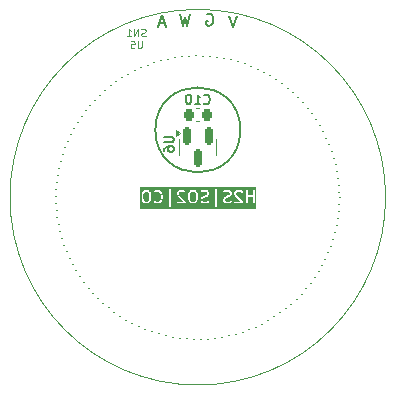
<source format=gbr>
%TF.GenerationSoftware,KiCad,Pcbnew,8.0.4*%
%TF.CreationDate,2024-09-03T19:15:54+05:30*%
%TF.ProjectId,OGS_B4_ISB1,4f47535f-4234-45f4-9953-42312e6b6963,rev?*%
%TF.SameCoordinates,Original*%
%TF.FileFunction,Legend,Bot*%
%TF.FilePolarity,Positive*%
%FSLAX46Y46*%
G04 Gerber Fmt 4.6, Leading zero omitted, Abs format (unit mm)*
G04 Created by KiCad (PCBNEW 8.0.4) date 2024-09-03 19:15:54*
%MOMM*%
%LPD*%
G01*
G04 APERTURE LIST*
G04 Aperture macros list*
%AMRoundRect*
0 Rectangle with rounded corners*
0 $1 Rounding radius*
0 $2 $3 $4 $5 $6 $7 $8 $9 X,Y pos of 4 corners*
0 Add a 4 corners polygon primitive as box body*
4,1,4,$2,$3,$4,$5,$6,$7,$8,$9,$2,$3,0*
0 Add four circle primitives for the rounded corners*
1,1,$1+$1,$2,$3*
1,1,$1+$1,$4,$5*
1,1,$1+$1,$6,$7*
1,1,$1+$1,$8,$9*
0 Add four rect primitives between the rounded corners*
20,1,$1+$1,$2,$3,$4,$5,0*
20,1,$1+$1,$4,$5,$6,$7,0*
20,1,$1+$1,$6,$7,$8,$9,0*
20,1,$1+$1,$8,$9,$2,$3,0*%
G04 Aperture macros list end*
%ADD10C,0.150000*%
%ADD11C,0.120000*%
%ADD12C,0.100000*%
%ADD13C,1.524000*%
%ADD14RoundRect,0.225000X0.225000X0.250000X-0.225000X0.250000X-0.225000X-0.250000X0.225000X-0.250000X0*%
%ADD15C,2.750000*%
%ADD16RoundRect,0.150000X-0.150000X0.587500X-0.150000X-0.587500X0.150000X-0.587500X0.150000X0.587500X0*%
G04 APERTURE END LIST*
D10*
X3600000Y5696833D02*
G75*
G02*
X-3600000Y5696833I-3600000J0D01*
G01*
X-3600000Y5696833D02*
G75*
G02*
X3600000Y5696833I3600000J0D01*
G01*
X12000000Y0D02*
X12000000Y0D01*
X11985003Y-599750D02*
X11985003Y-599750D01*
X11940049Y-1198000D02*
X11940049Y-1198000D01*
X11865252Y-1793257D02*
X11865252Y-1793257D01*
X11760798Y-2384031D02*
X11760798Y-2384031D01*
X11626949Y-2968847D02*
X11626949Y-2968847D01*
X11464037Y-3546242D02*
X11464037Y-3546242D01*
X11272472Y-4114773D02*
X11272472Y-4114773D01*
X11052731Y-4673020D02*
X11052731Y-4673020D01*
X10805365Y-5219586D02*
X10805365Y-5219586D01*
X10530990Y-5753106D02*
X10530990Y-5753106D01*
X10230294Y-6272246D02*
X10230294Y-6272246D01*
X9904027Y-6775709D02*
X9904027Y-6775709D01*
X9553005Y-7262236D02*
X9553005Y-7262236D01*
X9178106Y-7730612D02*
X9178106Y-7730612D01*
X8780266Y-8179665D02*
X8780266Y-8179665D01*
X8360480Y-8608273D02*
X8360480Y-8608273D01*
X7919797Y-9015364D02*
X7919797Y-9015364D01*
X7459319Y-9399922D02*
X7459319Y-9399922D01*
X6980197Y-9760986D02*
X6980197Y-9760986D01*
X6483627Y-10097651D02*
X6483627Y-10097651D01*
X5970852Y-10409078D02*
X5970852Y-10409078D01*
X5443153Y-10694488D02*
X5443153Y-10694488D01*
X4901849Y-10953167D02*
X4901849Y-10953167D01*
X4348293Y-11184469D02*
X4348293Y-11184469D01*
X3783868Y-11387815D02*
X3783868Y-11387815D01*
X3209985Y-11562698D02*
X3209985Y-11562698D01*
X2628080Y-11708680D02*
X2628080Y-11708680D01*
X2039605Y-11825396D02*
X2039605Y-11825396D01*
X1446033Y-11912555D02*
X1446033Y-11912555D01*
X848846Y-11969939D02*
X848846Y-11969939D01*
X249537Y-11997405D02*
X249537Y-11997405D01*
X-350395Y-11994883D02*
X-350395Y-11994883D01*
X-949451Y-11962380D02*
X-949451Y-11962380D01*
X-1546134Y-11899977D02*
X-1546134Y-11899977D01*
X-2138953Y-11807831D02*
X-2138953Y-11807831D01*
X-2726426Y-11686171D02*
X-2726426Y-11686171D01*
X-3307083Y-11535302D02*
X-3307083Y-11535302D01*
X-3879475Y-11355601D02*
X-3879475Y-11355601D01*
X-4442170Y-11147516D02*
X-4442170Y-11147516D01*
X-4993763Y-10911569D02*
X-4993763Y-10911569D01*
X-5532873Y-10648348D02*
X-5532873Y-10648348D01*
X-6058154Y-10358512D02*
X-6058154Y-10358512D01*
X-6568292Y-10042785D02*
X-6568292Y-10042785D01*
X-7062014Y-9701956D02*
X-7062014Y-9701956D01*
X-7538084Y-9336878D02*
X-7538084Y-9336878D01*
X-7995313Y-8948462D02*
X-7995313Y-8948462D01*
X-8432557Y-8537680D02*
X-8432557Y-8537680D01*
X-8848725Y-8105558D02*
X-8848725Y-8105558D01*
X-9242776Y-7653176D02*
X-9242776Y-7653176D01*
X-9613724Y-7181665D02*
X-9613724Y-7181665D01*
X-9960643Y-6692204D02*
X-9960643Y-6692204D01*
X-10282666Y-6186016D02*
X-10282666Y-6186016D01*
X-10578987Y-5664366D02*
X-10578987Y-5664366D01*
X-10848866Y-5128558D02*
X-10848866Y-5128558D01*
X-11091629Y-4579931D02*
X-11091629Y-4579931D01*
X-11306669Y-4019857D02*
X-11306669Y-4019857D01*
X-11493447Y-3449736D02*
X-11493447Y-3449736D01*
X-11651498Y-2870991D02*
X-11651498Y-2870991D01*
X-11780427Y-2285071D02*
X-11780427Y-2285071D01*
X-11879910Y-1693440D02*
X-11879910Y-1693440D01*
X-11949700Y-1097575D02*
X-11949700Y-1097575D01*
X-11989622Y-498967D02*
X-11989622Y-498967D01*
X-11999576Y100887D02*
X-11999576Y100887D01*
X-11979538Y700490D02*
X-11979538Y700490D01*
X-11929557Y1298342D02*
X-11929557Y1298342D01*
X-11849758Y1892949D02*
X-11849758Y1892949D01*
X-11740341Y2482824D02*
X-11740341Y2482824D01*
X-11601579Y3066494D02*
X-11601579Y3066494D01*
X-11433819Y3642499D02*
X-11433819Y3642499D01*
X-11237481Y4209399D02*
X-11237481Y4209399D01*
X-11013055Y4765779D02*
X-11013055Y4765779D01*
X-10761101Y5310246D02*
X-10761101Y5310246D01*
X-10482251Y5841440D02*
X-10482251Y5841440D01*
X-10177201Y6358034D02*
X-10177201Y6358034D01*
X-9846713Y6858736D02*
X-9846713Y6858736D01*
X-9491613Y7342295D02*
X-9491613Y7342295D01*
X-9112789Y7807502D02*
X-9112789Y7807502D01*
X-8711188Y8253194D02*
X-8711188Y8253194D01*
X-8287814Y8678258D02*
X-8287814Y8678258D01*
X-7843724Y9081630D02*
X-7843724Y9081630D01*
X-7380029Y9462304D02*
X-7380029Y9462304D01*
X-6897888Y9819326D02*
X-6897888Y9819326D01*
X-6398506Y10151805D02*
X-6398506Y10151805D01*
X-5883130Y10458910D02*
X-5883130Y10458910D01*
X-5353050Y10739873D02*
X-5353050Y10739873D01*
X-4809591Y10993992D02*
X-4809591Y10993992D01*
X-4254109Y11220631D02*
X-4254109Y11220631D01*
X-3687995Y11419225D02*
X-3687995Y11419225D01*
X-3112663Y11589277D02*
X-3112663Y11589277D01*
X-2529550Y11730362D02*
X-2529550Y11730362D01*
X-1940115Y11842127D02*
X-1940115Y11842127D01*
X-1345831Y11924293D02*
X-1345831Y11924293D01*
X-748183Y11976654D02*
X-748183Y11976654D01*
X-148664Y11999080D02*
X-148664Y11999080D01*
X451225Y11991514D02*
X451225Y11991514D01*
X1049987Y11953976D02*
X1049987Y11953976D01*
X1646125Y11886559D02*
X1646125Y11886559D01*
X2238148Y11789432D02*
X2238148Y11789432D01*
X2824577Y11662837D02*
X2824577Y11662837D01*
X3403946Y11507092D02*
X3403946Y11507092D01*
X3974807Y11322585D02*
X3974807Y11322585D01*
X4535732Y11109777D02*
X4535732Y11109777D01*
X5085321Y10869200D02*
X5085321Y10869200D01*
X5622200Y10601456D02*
X5622200Y10601456D01*
X6145025Y10307214D02*
X6145025Y10307214D01*
X6652492Y9987210D02*
X6652492Y9987210D01*
X7143330Y9642242D02*
X7143330Y9642242D01*
X7616314Y9273174D02*
X7616314Y9273174D01*
X8070261Y8880928D02*
X8070261Y8880928D01*
X8504037Y8466484D02*
X8504037Y8466484D01*
X8916557Y8030879D02*
X8916557Y8030879D01*
X9306790Y7575200D02*
X9306790Y7575200D01*
X9673761Y7100587D02*
X9673761Y7100587D01*
X10016553Y6608227D02*
X10016553Y6608227D01*
X10334309Y6099349D02*
X10334309Y6099349D01*
X10626234Y5575227D02*
X10626234Y5575227D01*
X10891599Y5037169D02*
X10891599Y5037169D01*
X11129741Y4486520D02*
X11129741Y4486520D01*
X11340064Y3924658D02*
X11340064Y3924658D01*
X11522043Y3352986D02*
X11522043Y3352986D01*
X11675223Y2772934D02*
X11675223Y2772934D01*
X11799221Y2185951D02*
X11799221Y2185951D01*
X11893727Y1593503D02*
X11893727Y1593503D01*
X11958505Y997073D02*
X11958505Y997073D01*
X11993393Y398151D02*
X11993393Y398151D01*
X-641542Y15530181D02*
X-879637Y14530181D01*
X-879637Y14530181D02*
X-1070113Y15244467D01*
X-1070113Y15244467D02*
X-1260589Y14530181D01*
X-1260589Y14530181D02*
X-1498684Y15530181D01*
X-2789161Y14715896D02*
X-3265351Y14715896D01*
X-2693923Y14430181D02*
X-3027256Y15430181D01*
X-3027256Y15430181D02*
X-3360589Y14430181D01*
X3306077Y15380181D02*
X2972744Y14380181D01*
X2972744Y14380181D02*
X2639411Y15380181D01*
G36*
X-4208714Y440923D02*
G01*
X-4136772Y368981D01*
X-4096430Y207614D01*
X-4096430Y-107251D01*
X-4136772Y-268617D01*
X-4208715Y-340561D01*
X-4277230Y-374819D01*
X-4432296Y-374819D01*
X-4500812Y-340561D01*
X-4572755Y-268617D01*
X-4613096Y-107251D01*
X-4613096Y207614D01*
X-4572755Y368981D01*
X-4500812Y440923D01*
X-4432296Y475181D01*
X-4277230Y475181D01*
X-4208714Y440923D01*
G37*
G36*
X-256333Y440923D02*
G01*
X-184391Y368981D01*
X-144049Y207614D01*
X-144049Y-107251D01*
X-184391Y-268617D01*
X-256334Y-340561D01*
X-324849Y-374819D01*
X-479915Y-374819D01*
X-548431Y-340561D01*
X-620374Y-268617D01*
X-660715Y-107251D01*
X-660715Y207614D01*
X-620374Y368981D01*
X-548431Y440923D01*
X-479915Y475181D01*
X-324849Y475181D01*
X-256333Y440923D01*
G37*
G36*
X4926586Y-967822D02*
G01*
X-4874207Y-967822D01*
X-4874207Y216848D01*
X-4763096Y216848D01*
X-4763096Y-116485D01*
X-4762845Y-119038D01*
X-4763007Y-120131D01*
X-4762198Y-125604D01*
X-4761655Y-131117D01*
X-4761233Y-132138D01*
X-4760857Y-134675D01*
X-4713238Y-325151D01*
X-4708291Y-338997D01*
X-4704972Y-343476D01*
X-4702838Y-348628D01*
X-4693510Y-359994D01*
X-4598272Y-455233D01*
X-4592522Y-459953D01*
X-4591223Y-461450D01*
X-4588969Y-462869D01*
X-4586907Y-464561D01*
X-4585075Y-465319D01*
X-4578780Y-469282D01*
X-4483542Y-516901D01*
X-4469811Y-522156D01*
X-4467122Y-522347D01*
X-4464633Y-523378D01*
X-4450001Y-524819D01*
X-4259525Y-524819D01*
X-4244893Y-523378D01*
X-4242404Y-522346D01*
X-4239716Y-522156D01*
X-4225984Y-516901D01*
X-4130746Y-469282D01*
X-4124447Y-465317D01*
X-4122619Y-464560D01*
X-4120563Y-462871D01*
X-4118303Y-461450D01*
X-4117004Y-459951D01*
X-4111254Y-455233D01*
X-4016015Y-359993D01*
X-4006688Y-348628D01*
X-4004555Y-343476D01*
X-4001235Y-338997D01*
X-3996288Y-325151D01*
X-3948669Y-134675D01*
X-3948294Y-132138D01*
X-3947871Y-131117D01*
X-3947329Y-125604D01*
X-3946519Y-120131D01*
X-3946682Y-119038D01*
X-3946430Y-116485D01*
X-3946430Y216848D01*
X-3946682Y219402D01*
X-3946519Y220494D01*
X-3947329Y225968D01*
X-3947871Y231480D01*
X-3948294Y232502D01*
X-3948669Y235038D01*
X-3996288Y425514D01*
X-4001235Y439360D01*
X-4004554Y443839D01*
X-4006688Y448992D01*
X-4016016Y460357D01*
X-4025233Y469574D01*
X-3714036Y469574D01*
X-3714036Y440312D01*
X-3702837Y413275D01*
X-3682145Y392583D01*
X-3655108Y381384D01*
X-3625846Y381384D01*
X-3598809Y392583D01*
X-3587444Y401910D01*
X-3552344Y437010D01*
X-3437831Y475181D01*
X-3366933Y475181D01*
X-3252420Y437010D01*
X-3178307Y362897D01*
X-3139814Y285910D01*
X-3096430Y112376D01*
X-3096430Y-12013D01*
X-3139814Y-185547D01*
X-3178308Y-262534D01*
X-3252420Y-336647D01*
X-3366933Y-374819D01*
X-3437831Y-374819D01*
X-3552344Y-336648D01*
X-3587443Y-301548D01*
X-3598809Y-292220D01*
X-3625845Y-281021D01*
X-3655108Y-281021D01*
X-3682144Y-292219D01*
X-3702837Y-312912D01*
X-3714036Y-339948D01*
X-3714036Y-369211D01*
X-3702838Y-396247D01*
X-3693511Y-407612D01*
X-3645892Y-455232D01*
X-3634526Y-464560D01*
X-3632038Y-465590D01*
X-3630001Y-467357D01*
X-3616575Y-473351D01*
X-3473719Y-520970D01*
X-3466464Y-522619D01*
X-3464633Y-523378D01*
X-3461980Y-523639D01*
X-3459382Y-524230D01*
X-3457408Y-524089D01*
X-3450001Y-524819D01*
X-3354763Y-524819D01*
X-3347358Y-524089D01*
X-3345383Y-524230D01*
X-3342786Y-523639D01*
X-3340131Y-523378D01*
X-3338300Y-522619D01*
X-3331046Y-520970D01*
X-3188189Y-473351D01*
X-3174764Y-467357D01*
X-3172729Y-465591D01*
X-3170238Y-464560D01*
X-3158873Y-455233D01*
X-3063634Y-359993D01*
X-3058917Y-354244D01*
X-3057418Y-352945D01*
X-3055997Y-350686D01*
X-3054307Y-348628D01*
X-3053550Y-346798D01*
X-3049586Y-340502D01*
X-3001967Y-245264D01*
X-3001558Y-244194D01*
X-3001235Y-243759D01*
X-2999043Y-237622D01*
X-2996712Y-231533D01*
X-2996674Y-230992D01*
X-2996288Y-229913D01*
X-2948669Y-39437D01*
X-2948294Y-36900D01*
X-2947871Y-35879D01*
X-2947329Y-30366D01*
X-2946519Y-24893D01*
X-2946682Y-23800D01*
X-2946430Y-21247D01*
X-2946430Y121610D01*
X-2946682Y124164D01*
X-2946519Y125256D01*
X-2947329Y130730D01*
X-2947871Y136242D01*
X-2948294Y137264D01*
X-2948669Y139800D01*
X-2996288Y330276D01*
X-2996674Y331356D01*
X-2996712Y331896D01*
X-2999043Y337986D01*
X-3001235Y344122D01*
X-3001558Y344558D01*
X-3001967Y345627D01*
X-3049586Y440865D01*
X-3053549Y447160D01*
X-3054307Y448992D01*
X-3055999Y451054D01*
X-3057418Y453308D01*
X-3058915Y454607D01*
X-3063635Y460357D01*
X-3158873Y555595D01*
X-3170238Y564922D01*
X-3172729Y565954D01*
X-3174764Y567719D01*
X-3188189Y573713D01*
X-3331046Y621332D01*
X-3338300Y622982D01*
X-3340131Y623740D01*
X-3342786Y624002D01*
X-3345383Y624592D01*
X-3347358Y624452D01*
X-3354763Y625181D01*
X-3450001Y625181D01*
X-3457408Y624452D01*
X-3459382Y624592D01*
X-3461980Y624002D01*
X-3464633Y623740D01*
X-3466464Y622982D01*
X-3473719Y621332D01*
X-3616575Y573713D01*
X-3630001Y567719D01*
X-3632038Y565953D01*
X-3634526Y564922D01*
X-3645891Y555595D01*
X-3693510Y507976D01*
X-3702837Y496611D01*
X-3714036Y469574D01*
X-4025233Y469574D01*
X-4111254Y555595D01*
X-4117004Y560314D01*
X-4118303Y561812D01*
X-4120563Y563234D01*
X-4122619Y564922D01*
X-4124447Y565680D01*
X-4130746Y569644D01*
X-4225984Y617263D01*
X-4239716Y622518D01*
X-4242404Y622709D01*
X-4244893Y623740D01*
X-4259525Y625181D01*
X-4450001Y625181D01*
X-4464633Y623740D01*
X-4467122Y622710D01*
X-4469811Y622518D01*
X-4483542Y617263D01*
X-4578780Y569644D01*
X-4585075Y565682D01*
X-4586907Y564923D01*
X-4588969Y563232D01*
X-4591223Y561812D01*
X-4592522Y560316D01*
X-4598272Y555595D01*
X-4693510Y460357D01*
X-4702837Y448992D01*
X-4704971Y443842D01*
X-4708291Y439360D01*
X-4713238Y425514D01*
X-4760857Y235038D01*
X-4761233Y232502D01*
X-4761655Y231480D01*
X-4762198Y225968D01*
X-4763007Y220494D01*
X-4762845Y219402D01*
X-4763096Y216848D01*
X-4874207Y216848D01*
X-4874207Y645420D01*
X-2429763Y645420D01*
X-2429763Y-783152D01*
X-2428322Y-797784D01*
X-2417123Y-824820D01*
X-2396431Y-845512D01*
X-2369395Y-856711D01*
X-2340131Y-856711D01*
X-2313095Y-845512D01*
X-2292403Y-824820D01*
X-2281204Y-797784D01*
X-2279763Y-783152D01*
X-2279763Y359705D01*
X-1763096Y359705D01*
X-1763096Y264467D01*
X-1762367Y257062D01*
X-1762507Y255087D01*
X-1761917Y252490D01*
X-1761655Y249835D01*
X-1760897Y248004D01*
X-1759247Y240750D01*
X-1711628Y97893D01*
X-1705634Y84468D01*
X-1703869Y82433D01*
X-1702837Y79942D01*
X-1693510Y68577D01*
X-1250115Y-374819D01*
X-1688096Y-374819D01*
X-1702728Y-376260D01*
X-1729764Y-387459D01*
X-1750456Y-408151D01*
X-1761655Y-435187D01*
X-1761655Y-464451D01*
X-1750456Y-491487D01*
X-1729764Y-512179D01*
X-1702728Y-523378D01*
X-1688096Y-524819D01*
X-1069049Y-524819D01*
X-1054417Y-523378D01*
X-1046499Y-520098D01*
X-1027381Y-512180D01*
X-1006689Y-491487D01*
X-995490Y-464451D01*
X-995490Y-435188D01*
X-1006688Y-408151D01*
X-1016016Y-396786D01*
X-1574925Y162124D01*
X-1593166Y216848D01*
X-810715Y216848D01*
X-810715Y-116485D01*
X-810464Y-119038D01*
X-810626Y-120131D01*
X-809817Y-125604D01*
X-809274Y-131117D01*
X-808852Y-132138D01*
X-808476Y-134675D01*
X-760857Y-325151D01*
X-755910Y-338997D01*
X-752591Y-343476D01*
X-750457Y-348628D01*
X-741129Y-359994D01*
X-645891Y-455233D01*
X-640141Y-459953D01*
X-638842Y-461450D01*
X-636588Y-462869D01*
X-634526Y-464561D01*
X-632694Y-465319D01*
X-626399Y-469282D01*
X-531161Y-516901D01*
X-517430Y-522156D01*
X-514741Y-522347D01*
X-512252Y-523378D01*
X-497620Y-524819D01*
X-307144Y-524819D01*
X-292512Y-523378D01*
X-290023Y-522346D01*
X-287335Y-522156D01*
X-273603Y-516901D01*
X-178365Y-469282D01*
X-172066Y-465317D01*
X-170238Y-464560D01*
X-168182Y-462871D01*
X-165922Y-461450D01*
X-164623Y-459951D01*
X-158873Y-455233D01*
X-63634Y-359993D01*
X-54307Y-348628D01*
X-52174Y-343476D01*
X-48854Y-338997D01*
X-43907Y-325151D01*
X-3645Y-164104D01*
X236904Y-164104D01*
X236904Y-259342D01*
X238345Y-273974D01*
X239376Y-276463D01*
X239567Y-279151D01*
X244822Y-292883D01*
X292441Y-388121D01*
X296404Y-394417D01*
X297162Y-396247D01*
X298851Y-398305D01*
X300273Y-400564D01*
X301771Y-401863D01*
X306489Y-407612D01*
X354108Y-455232D01*
X359857Y-459950D01*
X361158Y-461450D01*
X363417Y-462872D01*
X365474Y-464560D01*
X367301Y-465317D01*
X373601Y-469282D01*
X468839Y-516901D01*
X482570Y-522156D01*
X485259Y-522347D01*
X487748Y-523378D01*
X502380Y-524819D01*
X740475Y-524819D01*
X747880Y-524089D01*
X749855Y-524230D01*
X752452Y-523639D01*
X755107Y-523378D01*
X756938Y-522619D01*
X764192Y-520970D01*
X907049Y-473351D01*
X920474Y-467357D01*
X942581Y-448183D01*
X955668Y-422010D01*
X957743Y-392820D01*
X948489Y-365058D01*
X929315Y-342950D01*
X903141Y-329864D01*
X873951Y-327789D01*
X859614Y-331049D01*
X728305Y-374819D01*
X520085Y-374819D01*
X451569Y-340561D01*
X421162Y-310153D01*
X386904Y-241637D01*
X386904Y-181809D01*
X421162Y-113293D01*
X451569Y-82886D01*
X528556Y-44392D01*
X711046Y1230D01*
X712125Y1616D01*
X712665Y1654D01*
X718746Y3982D01*
X724892Y6177D01*
X725327Y6500D01*
X726397Y6909D01*
X821635Y54528D01*
X827934Y58493D01*
X829762Y59250D01*
X831818Y60939D01*
X834078Y62360D01*
X835377Y63859D01*
X841127Y68577D01*
X888746Y116196D01*
X893464Y121946D01*
X894963Y123245D01*
X896384Y125505D01*
X898073Y127561D01*
X898830Y129389D01*
X902795Y135688D01*
X950414Y230926D01*
X955669Y244657D01*
X955860Y247347D01*
X956891Y249835D01*
X958332Y264467D01*
X958332Y359705D01*
X956891Y374337D01*
X955860Y376826D01*
X955669Y379515D01*
X950414Y393246D01*
X902795Y488484D01*
X898830Y494784D01*
X898073Y496611D01*
X896384Y498668D01*
X894963Y500927D01*
X893464Y502227D01*
X888746Y507976D01*
X841127Y555595D01*
X835377Y560314D01*
X834078Y561812D01*
X831818Y563234D01*
X829762Y564922D01*
X827934Y565680D01*
X821635Y569644D01*
X726397Y617263D01*
X712665Y622518D01*
X709977Y622709D01*
X707488Y623740D01*
X692856Y625181D01*
X454761Y625181D01*
X447354Y624452D01*
X445380Y624592D01*
X442782Y624002D01*
X440129Y623740D01*
X438298Y622982D01*
X431043Y621332D01*
X288187Y573713D01*
X274761Y567719D01*
X252654Y548545D01*
X239568Y522372D01*
X237493Y493182D01*
X246747Y465419D01*
X265921Y443312D01*
X292094Y430226D01*
X321284Y428151D01*
X335621Y431411D01*
X466931Y475181D01*
X675151Y475181D01*
X743667Y440923D01*
X774074Y410516D01*
X808332Y342000D01*
X808332Y282172D01*
X774074Y213656D01*
X743667Y183249D01*
X666680Y144756D01*
X484190Y99133D01*
X483110Y98748D01*
X482570Y98709D01*
X476480Y96379D01*
X470344Y94186D01*
X469908Y93864D01*
X468839Y93454D01*
X373601Y45835D01*
X367301Y41871D01*
X365474Y41113D01*
X363417Y39425D01*
X361158Y38003D01*
X359858Y36505D01*
X354109Y31786D01*
X306490Y-15833D01*
X301771Y-21582D01*
X300273Y-22882D01*
X298851Y-25141D01*
X297163Y-27198D01*
X296405Y-29025D01*
X292441Y-35325D01*
X244822Y-130563D01*
X239567Y-144295D01*
X239376Y-146982D01*
X238345Y-149472D01*
X236904Y-164104D01*
X-3645Y-164104D01*
X3712Y-134675D01*
X4087Y-132138D01*
X4510Y-131117D01*
X5052Y-125604D01*
X5862Y-120131D01*
X5699Y-119038D01*
X5951Y-116485D01*
X5951Y216848D01*
X5699Y219402D01*
X5862Y220494D01*
X5052Y225968D01*
X4510Y231480D01*
X4087Y232502D01*
X3712Y235038D01*
X-43907Y425514D01*
X-48854Y439360D01*
X-52173Y443839D01*
X-54307Y448992D01*
X-63635Y460357D01*
X-158873Y555595D01*
X-164623Y560314D01*
X-165922Y561812D01*
X-168182Y563234D01*
X-170238Y564922D01*
X-172066Y565680D01*
X-178365Y569644D01*
X-273603Y617263D01*
X-287335Y622518D01*
X-290023Y622709D01*
X-292512Y623740D01*
X-307144Y625181D01*
X-497620Y625181D01*
X-512252Y623740D01*
X-514741Y622710D01*
X-517430Y622518D01*
X-531161Y617263D01*
X-626399Y569644D01*
X-632694Y565682D01*
X-634526Y564923D01*
X-636588Y563232D01*
X-638842Y561812D01*
X-640141Y560316D01*
X-645891Y555595D01*
X-741129Y460357D01*
X-750456Y448992D01*
X-752590Y443842D01*
X-755910Y439360D01*
X-760857Y425514D01*
X-808476Y235038D01*
X-808852Y232502D01*
X-809274Y231480D01*
X-809817Y225968D01*
X-810626Y220494D01*
X-810464Y219402D01*
X-810715Y216848D01*
X-1593166Y216848D01*
X-1613096Y276638D01*
X-1613096Y342000D01*
X-1578838Y410516D01*
X-1548431Y440923D01*
X-1479915Y475181D01*
X-1277230Y475181D01*
X-1208714Y440923D01*
X-1169701Y401910D01*
X-1158336Y392583D01*
X-1131300Y381384D01*
X-1102037Y381384D01*
X-1075001Y392583D01*
X-1054308Y413276D01*
X-1043109Y440312D01*
X-1043109Y469575D01*
X-1054308Y496611D01*
X-1063635Y507976D01*
X-1111254Y555595D01*
X-1117004Y560314D01*
X-1118303Y561812D01*
X-1120563Y563234D01*
X-1122619Y564922D01*
X-1124447Y565680D01*
X-1130746Y569644D01*
X-1225984Y617263D01*
X-1239716Y622518D01*
X-1242404Y622709D01*
X-1244893Y623740D01*
X-1259525Y625181D01*
X-1497620Y625181D01*
X-1512252Y623740D01*
X-1514741Y622710D01*
X-1517430Y622518D01*
X-1531161Y617263D01*
X-1626399Y569644D01*
X-1632699Y565680D01*
X-1634526Y564922D01*
X-1636583Y563234D01*
X-1638842Y561812D01*
X-1640142Y560314D01*
X-1645891Y555595D01*
X-1693510Y507976D01*
X-1698229Y502227D01*
X-1699727Y500927D01*
X-1701149Y498668D01*
X-1702837Y496611D01*
X-1703595Y494784D01*
X-1707559Y488484D01*
X-1755178Y393246D01*
X-1760433Y379514D01*
X-1760624Y376827D01*
X-1761655Y374337D01*
X-1763096Y359705D01*
X-2279763Y359705D01*
X-2279763Y645420D01*
X1474999Y645420D01*
X1474999Y-783152D01*
X1476440Y-797784D01*
X1487639Y-824820D01*
X1508331Y-845512D01*
X1535367Y-856711D01*
X1564631Y-856711D01*
X1591667Y-845512D01*
X1612359Y-824820D01*
X1623558Y-797784D01*
X1624999Y-783152D01*
X1624999Y-164104D01*
X2141666Y-164104D01*
X2141666Y-259342D01*
X2143107Y-273974D01*
X2144138Y-276463D01*
X2144329Y-279151D01*
X2149584Y-292883D01*
X2197203Y-388121D01*
X2201166Y-394417D01*
X2201924Y-396247D01*
X2203613Y-398305D01*
X2205035Y-400564D01*
X2206533Y-401863D01*
X2211251Y-407612D01*
X2258870Y-455232D01*
X2264619Y-459950D01*
X2265920Y-461450D01*
X2268179Y-462872D01*
X2270236Y-464560D01*
X2272063Y-465317D01*
X2278363Y-469282D01*
X2373601Y-516901D01*
X2387332Y-522156D01*
X2390021Y-522347D01*
X2392510Y-523378D01*
X2407142Y-524819D01*
X2645237Y-524819D01*
X2652642Y-524089D01*
X2654617Y-524230D01*
X2657214Y-523639D01*
X2659869Y-523378D01*
X2661700Y-522619D01*
X2668954Y-520970D01*
X2811811Y-473351D01*
X2825236Y-467357D01*
X2847343Y-448183D01*
X2860430Y-422010D01*
X2862505Y-392820D01*
X2853251Y-365058D01*
X2834077Y-342950D01*
X2807903Y-329864D01*
X2778713Y-327789D01*
X2764376Y-331049D01*
X2633067Y-374819D01*
X2424847Y-374819D01*
X2356331Y-340561D01*
X2325924Y-310153D01*
X2291666Y-241637D01*
X2291666Y-181809D01*
X2325924Y-113293D01*
X2356331Y-82886D01*
X2433318Y-44392D01*
X2615808Y1230D01*
X2616887Y1616D01*
X2617427Y1654D01*
X2623508Y3982D01*
X2629654Y6177D01*
X2630089Y6500D01*
X2631159Y6909D01*
X2726397Y54528D01*
X2732696Y58493D01*
X2734524Y59250D01*
X2736580Y60939D01*
X2738840Y62360D01*
X2740139Y63859D01*
X2745889Y68577D01*
X2793508Y116196D01*
X2798226Y121946D01*
X2799725Y123245D01*
X2801146Y125505D01*
X2802835Y127561D01*
X2803592Y129389D01*
X2807557Y135688D01*
X2855176Y230926D01*
X2860431Y244657D01*
X2860622Y247347D01*
X2861653Y249835D01*
X2863094Y264467D01*
X2863094Y359705D01*
X3094047Y359705D01*
X3094047Y264467D01*
X3094776Y257062D01*
X3094636Y255087D01*
X3095226Y252490D01*
X3095488Y249835D01*
X3096246Y248004D01*
X3097896Y240750D01*
X3145515Y97893D01*
X3151509Y84468D01*
X3153274Y82433D01*
X3154306Y79942D01*
X3163633Y68577D01*
X3607028Y-374819D01*
X3169047Y-374819D01*
X3154415Y-376260D01*
X3127379Y-387459D01*
X3106687Y-408151D01*
X3095488Y-435187D01*
X3095488Y-464451D01*
X3106687Y-491487D01*
X3127379Y-512179D01*
X3154415Y-523378D01*
X3169047Y-524819D01*
X3788094Y-524819D01*
X3802726Y-523378D01*
X3810644Y-520098D01*
X3829762Y-512180D01*
X3850454Y-491487D01*
X3861653Y-464451D01*
X3861653Y-435188D01*
X3850455Y-408151D01*
X3841127Y-396786D01*
X3282218Y162124D01*
X3244047Y276638D01*
X3244047Y342000D01*
X3278305Y410516D01*
X3308712Y440923D01*
X3377228Y475181D01*
X3579913Y475181D01*
X3648429Y440923D01*
X3687442Y401910D01*
X3698807Y392583D01*
X3725843Y381384D01*
X3755106Y381384D01*
X3782142Y392583D01*
X3802835Y413276D01*
X3814034Y440312D01*
X3814034Y469575D01*
X3802835Y496611D01*
X3793508Y507976D01*
X3751303Y550181D01*
X4094047Y550181D01*
X4094047Y-449819D01*
X4095488Y-464451D01*
X4106687Y-491487D01*
X4127379Y-512179D01*
X4154415Y-523378D01*
X4183679Y-523378D01*
X4210715Y-512179D01*
X4231407Y-491487D01*
X4242606Y-464451D01*
X4244047Y-449819D01*
X4244047Y-1009D01*
X4665475Y-1009D01*
X4665475Y-449819D01*
X4666916Y-464451D01*
X4678115Y-491487D01*
X4698807Y-512179D01*
X4725843Y-523378D01*
X4755107Y-523378D01*
X4782143Y-512179D01*
X4802835Y-491487D01*
X4814034Y-464451D01*
X4815475Y-449819D01*
X4815475Y550181D01*
X4814034Y564813D01*
X4802835Y591849D01*
X4782143Y612541D01*
X4755107Y623740D01*
X4725843Y623740D01*
X4698807Y612541D01*
X4678115Y591849D01*
X4666916Y564813D01*
X4665475Y550181D01*
X4665475Y148991D01*
X4244047Y148991D01*
X4244047Y550181D01*
X4242606Y564813D01*
X4231407Y591849D01*
X4210715Y612541D01*
X4183679Y623740D01*
X4154415Y623740D01*
X4127379Y612541D01*
X4106687Y591849D01*
X4095488Y564813D01*
X4094047Y550181D01*
X3751303Y550181D01*
X3745889Y555595D01*
X3740139Y560314D01*
X3738840Y561812D01*
X3736580Y563234D01*
X3734524Y564922D01*
X3732696Y565680D01*
X3726397Y569644D01*
X3631159Y617263D01*
X3617427Y622518D01*
X3614739Y622709D01*
X3612250Y623740D01*
X3597618Y625181D01*
X3359523Y625181D01*
X3344891Y623740D01*
X3342402Y622710D01*
X3339713Y622518D01*
X3325982Y617263D01*
X3230744Y569644D01*
X3224444Y565680D01*
X3222617Y564922D01*
X3220560Y563234D01*
X3218301Y561812D01*
X3217001Y560314D01*
X3211252Y555595D01*
X3163633Y507976D01*
X3158914Y502227D01*
X3157416Y500927D01*
X3155994Y498668D01*
X3154306Y496611D01*
X3153548Y494784D01*
X3149584Y488484D01*
X3101965Y393246D01*
X3096710Y379514D01*
X3096519Y376827D01*
X3095488Y374337D01*
X3094047Y359705D01*
X2863094Y359705D01*
X2861653Y374337D01*
X2860622Y376826D01*
X2860431Y379515D01*
X2855176Y393246D01*
X2807557Y488484D01*
X2803592Y494784D01*
X2802835Y496611D01*
X2801146Y498668D01*
X2799725Y500927D01*
X2798226Y502227D01*
X2793508Y507976D01*
X2745889Y555595D01*
X2740139Y560314D01*
X2738840Y561812D01*
X2736580Y563234D01*
X2734524Y564922D01*
X2732696Y565680D01*
X2726397Y569644D01*
X2631159Y617263D01*
X2617427Y622518D01*
X2614739Y622709D01*
X2612250Y623740D01*
X2597618Y625181D01*
X2359523Y625181D01*
X2352116Y624452D01*
X2350142Y624592D01*
X2347544Y624002D01*
X2344891Y623740D01*
X2343060Y622982D01*
X2335805Y621332D01*
X2192949Y573713D01*
X2179523Y567719D01*
X2157416Y548545D01*
X2144330Y522372D01*
X2142255Y493182D01*
X2151509Y465419D01*
X2170683Y443312D01*
X2196856Y430226D01*
X2226046Y428151D01*
X2240383Y431411D01*
X2371693Y475181D01*
X2579913Y475181D01*
X2648429Y440923D01*
X2678836Y410516D01*
X2713094Y342000D01*
X2713094Y282172D01*
X2678836Y213656D01*
X2648429Y183249D01*
X2571442Y144756D01*
X2388952Y99133D01*
X2387872Y98748D01*
X2387332Y98709D01*
X2381242Y96379D01*
X2375106Y94186D01*
X2374670Y93864D01*
X2373601Y93454D01*
X2278363Y45835D01*
X2272063Y41871D01*
X2270236Y41113D01*
X2268179Y39425D01*
X2265920Y38003D01*
X2264620Y36505D01*
X2258871Y31786D01*
X2211252Y-15833D01*
X2206533Y-21582D01*
X2205035Y-22882D01*
X2203613Y-25141D01*
X2201925Y-27198D01*
X2201167Y-29025D01*
X2197203Y-35325D01*
X2149584Y-130563D01*
X2144329Y-144295D01*
X2144138Y-146982D01*
X2143107Y-149472D01*
X2141666Y-164104D01*
X1624999Y-164104D01*
X1624999Y645420D01*
X1623558Y660052D01*
X1612359Y687088D01*
X1591667Y707780D01*
X1564631Y718979D01*
X1535367Y718979D01*
X1508331Y707780D01*
X1487639Y687088D01*
X1476440Y660052D01*
X1474999Y645420D01*
X-2279763Y645420D01*
X-2281204Y660052D01*
X-2292403Y687088D01*
X-2313095Y707780D01*
X-2340131Y718979D01*
X-2369395Y718979D01*
X-2396431Y707780D01*
X-2417123Y687088D01*
X-2428322Y660052D01*
X-2429763Y645420D01*
X-4874207Y645420D01*
X-4874207Y830090D01*
X4926586Y830090D01*
X4926586Y-967822D01*
G37*
X739411Y15482562D02*
X834649Y15530181D01*
X834649Y15530181D02*
X977506Y15530181D01*
X977506Y15530181D02*
X1120363Y15482562D01*
X1120363Y15482562D02*
X1215601Y15387324D01*
X1215601Y15387324D02*
X1263220Y15292086D01*
X1263220Y15292086D02*
X1310839Y15101610D01*
X1310839Y15101610D02*
X1310839Y14958753D01*
X1310839Y14958753D02*
X1263220Y14768277D01*
X1263220Y14768277D02*
X1215601Y14673039D01*
X1215601Y14673039D02*
X1120363Y14577800D01*
X1120363Y14577800D02*
X977506Y14530181D01*
X977506Y14530181D02*
X882268Y14530181D01*
X882268Y14530181D02*
X739411Y14577800D01*
X739411Y14577800D02*
X691792Y14625420D01*
X691792Y14625420D02*
X691792Y14958753D01*
X691792Y14958753D02*
X882268Y14958753D01*
D11*
X-4742858Y13228669D02*
X-4742858Y12742955D01*
X-4742858Y12742955D02*
X-4771429Y12685812D01*
X-4771429Y12685812D02*
X-4800000Y12657240D01*
X-4800000Y12657240D02*
X-4857143Y12628669D01*
X-4857143Y12628669D02*
X-4971429Y12628669D01*
X-4971429Y12628669D02*
X-5028572Y12657240D01*
X-5028572Y12657240D02*
X-5057143Y12685812D01*
X-5057143Y12685812D02*
X-5085715Y12742955D01*
X-5085715Y12742955D02*
X-5085715Y13228669D01*
X-5657143Y13228669D02*
X-5371429Y13228669D01*
X-5371429Y13228669D02*
X-5342857Y12942955D01*
X-5342857Y12942955D02*
X-5371429Y12971526D01*
X-5371429Y12971526D02*
X-5428571Y13000098D01*
X-5428571Y13000098D02*
X-5571429Y13000098D01*
X-5571429Y13000098D02*
X-5628571Y12971526D01*
X-5628571Y12971526D02*
X-5657143Y12942955D01*
X-5657143Y12942955D02*
X-5685714Y12885812D01*
X-5685714Y12885812D02*
X-5685714Y12742955D01*
X-5685714Y12742955D02*
X-5657143Y12685812D01*
X-5657143Y12685812D02*
X-5628571Y12657240D01*
X-5628571Y12657240D02*
X-5571429Y12628669D01*
X-5571429Y12628669D02*
X-5428571Y12628669D01*
X-5428571Y12628669D02*
X-5371429Y12657240D01*
X-5371429Y12657240D02*
X-5342857Y12685812D01*
D10*
X514285Y7963896D02*
X552381Y7925800D01*
X552381Y7925800D02*
X666666Y7887705D01*
X666666Y7887705D02*
X742857Y7887705D01*
X742857Y7887705D02*
X857143Y7925800D01*
X857143Y7925800D02*
X933333Y8001991D01*
X933333Y8001991D02*
X971428Y8078181D01*
X971428Y8078181D02*
X1009524Y8230562D01*
X1009524Y8230562D02*
X1009524Y8344848D01*
X1009524Y8344848D02*
X971428Y8497229D01*
X971428Y8497229D02*
X933333Y8573420D01*
X933333Y8573420D02*
X857143Y8649610D01*
X857143Y8649610D02*
X742857Y8687705D01*
X742857Y8687705D02*
X666666Y8687705D01*
X666666Y8687705D02*
X552381Y8649610D01*
X552381Y8649610D02*
X514285Y8611515D01*
X-247619Y7887705D02*
X209524Y7887705D01*
X-19048Y7887705D02*
X-19048Y8687705D01*
X-19048Y8687705D02*
X57143Y8573420D01*
X57143Y8573420D02*
X133333Y8497229D01*
X133333Y8497229D02*
X209524Y8459134D01*
X-742858Y8687705D02*
X-819048Y8687705D01*
X-819048Y8687705D02*
X-895239Y8649610D01*
X-895239Y8649610D02*
X-933334Y8611515D01*
X-933334Y8611515D02*
X-971429Y8535324D01*
X-971429Y8535324D02*
X-1009524Y8382943D01*
X-1009524Y8382943D02*
X-1009524Y8192467D01*
X-1009524Y8192467D02*
X-971429Y8040086D01*
X-971429Y8040086D02*
X-933334Y7963896D01*
X-933334Y7963896D02*
X-895239Y7925800D01*
X-895239Y7925800D02*
X-819048Y7887705D01*
X-819048Y7887705D02*
X-742858Y7887705D01*
X-742858Y7887705D02*
X-666667Y7925800D01*
X-666667Y7925800D02*
X-628572Y7963896D01*
X-628572Y7963896D02*
X-590477Y8040086D01*
X-590477Y8040086D02*
X-552381Y8192467D01*
X-552381Y8192467D02*
X-552381Y8382943D01*
X-552381Y8382943D02*
X-590477Y8535324D01*
X-590477Y8535324D02*
X-628572Y8611515D01*
X-628572Y8611515D02*
X-666667Y8649610D01*
X-666667Y8649610D02*
X-742858Y8687705D01*
D11*
X-4428572Y13657240D02*
X-4514286Y13628669D01*
X-4514286Y13628669D02*
X-4657144Y13628669D01*
X-4657144Y13628669D02*
X-4714286Y13657240D01*
X-4714286Y13657240D02*
X-4742858Y13685812D01*
X-4742858Y13685812D02*
X-4771429Y13742955D01*
X-4771429Y13742955D02*
X-4771429Y13800098D01*
X-4771429Y13800098D02*
X-4742858Y13857240D01*
X-4742858Y13857240D02*
X-4714286Y13885812D01*
X-4714286Y13885812D02*
X-4657144Y13914383D01*
X-4657144Y13914383D02*
X-4542858Y13942955D01*
X-4542858Y13942955D02*
X-4485715Y13971526D01*
X-4485715Y13971526D02*
X-4457144Y14000098D01*
X-4457144Y14000098D02*
X-4428572Y14057240D01*
X-4428572Y14057240D02*
X-4428572Y14114383D01*
X-4428572Y14114383D02*
X-4457144Y14171526D01*
X-4457144Y14171526D02*
X-4485715Y14200098D01*
X-4485715Y14200098D02*
X-4542858Y14228669D01*
X-4542858Y14228669D02*
X-4685715Y14228669D01*
X-4685715Y14228669D02*
X-4771429Y14200098D01*
X-5028573Y13628669D02*
X-5028573Y14228669D01*
X-5028573Y14228669D02*
X-5371430Y13628669D01*
X-5371430Y13628669D02*
X-5371430Y14228669D01*
X-5971429Y13628669D02*
X-5628572Y13628669D01*
X-5800001Y13628669D02*
X-5800001Y14228669D01*
X-5800001Y14228669D02*
X-5742858Y14142955D01*
X-5742858Y14142955D02*
X-5685715Y14085812D01*
X-5685715Y14085812D02*
X-5628572Y14057240D01*
D10*
X-2837705Y5109524D02*
X-2190086Y5109524D01*
X-2190086Y5109524D02*
X-2113896Y5071429D01*
X-2113896Y5071429D02*
X-2075800Y5033334D01*
X-2075800Y5033334D02*
X-2037705Y4957143D01*
X-2037705Y4957143D02*
X-2037705Y4804762D01*
X-2037705Y4804762D02*
X-2075800Y4728572D01*
X-2075800Y4728572D02*
X-2113896Y4690477D01*
X-2113896Y4690477D02*
X-2190086Y4652381D01*
X-2190086Y4652381D02*
X-2837705Y4652381D01*
X-2837705Y3928572D02*
X-2837705Y4080953D01*
X-2837705Y4080953D02*
X-2799610Y4157144D01*
X-2799610Y4157144D02*
X-2761515Y4195239D01*
X-2761515Y4195239D02*
X-2647229Y4271429D01*
X-2647229Y4271429D02*
X-2494848Y4309525D01*
X-2494848Y4309525D02*
X-2190086Y4309525D01*
X-2190086Y4309525D02*
X-2113896Y4271429D01*
X-2113896Y4271429D02*
X-2075800Y4233334D01*
X-2075800Y4233334D02*
X-2037705Y4157144D01*
X-2037705Y4157144D02*
X-2037705Y4004763D01*
X-2037705Y4004763D02*
X-2075800Y3928572D01*
X-2075800Y3928572D02*
X-2113896Y3890477D01*
X-2113896Y3890477D02*
X-2190086Y3852382D01*
X-2190086Y3852382D02*
X-2380562Y3852382D01*
X-2380562Y3852382D02*
X-2456753Y3890477D01*
X-2456753Y3890477D02*
X-2494848Y3928572D01*
X-2494848Y3928572D02*
X-2532943Y4004763D01*
X-2532943Y4004763D02*
X-2532943Y4157144D01*
X-2532943Y4157144D02*
X-2494848Y4233334D01*
X-2494848Y4233334D02*
X-2456753Y4271429D01*
X-2456753Y4271429D02*
X-2380562Y4309525D01*
D12*
%TO.C,U5*%
X15900000Y0D02*
G75*
G02*
X-15900000Y0I-15900000J0D01*
G01*
X-15900000Y0D02*
G75*
G02*
X15900000Y0I15900000J0D01*
G01*
D11*
%TO.C,C10*%
X-140580Y7510000D02*
X140580Y7510000D01*
X-140580Y6490000D02*
X140580Y6490000D01*
%TO.C,U6*%
X-1560000Y4900000D02*
X-1560000Y4250000D01*
X-1560000Y3600000D02*
X-1560000Y4250000D01*
X1560000Y4900000D02*
X1560000Y4250000D01*
X1560000Y3600000D02*
X1560000Y4250000D01*
X-1510000Y5412500D02*
X-1840000Y5172500D01*
X-1840000Y5652500D01*
X-1510000Y5412500D01*
G36*
X-1510000Y5412500D02*
G01*
X-1840000Y5172500D01*
X-1840000Y5652500D01*
X-1510000Y5412500D01*
G37*
%TD*%
%LPC*%
D13*
%TO.C,U5*%
X3000000Y13500000D03*
X1000000Y13500000D03*
X-1000000Y13500000D03*
X-3000000Y13500000D03*
X3000000Y-13500000D03*
X1000000Y-13500000D03*
X-1000000Y-13500000D03*
X-3000000Y-13500000D03*
%TD*%
D14*
%TO.C,C10*%
X775000Y7000000D03*
X-775000Y7000000D03*
%TD*%
D15*
%TO.C,SN1*%
X-8500000Y0D03*
X6010408Y6010408D03*
X8500000Y0D03*
X6010408Y-6010408D03*
%TD*%
D16*
%TO.C,U6*%
X-950000Y5187500D03*
X950000Y5187500D03*
X0Y3312500D03*
%TD*%
%LPD*%
M02*

</source>
